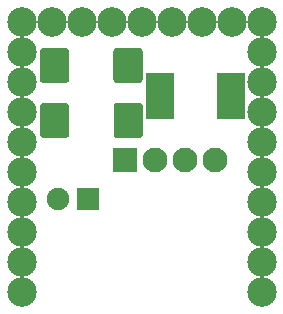
<source format=gbr>
G04 #@! TF.GenerationSoftware,KiCad,Pcbnew,(5.1.5)-3*
G04 #@! TF.CreationDate,2020-11-20T22:13:13+01:00*
G04 #@! TF.ProjectId,Microduino_Base_DE,4d696372-6f64-4756-996e-6f5f42617365,0.0*
G04 #@! TF.SameCoordinates,Original*
G04 #@! TF.FileFunction,Soldermask,Top*
G04 #@! TF.FilePolarity,Negative*
%FSLAX46Y46*%
G04 Gerber Fmt 4.6, Leading zero omitted, Abs format (unit mm)*
G04 Created by KiCad (PCBNEW (5.1.5)-3) date 2020-11-20 22:13:13*
%MOMM*%
%LPD*%
G04 APERTURE LIST*
%ADD10C,0.100000*%
%ADD11R,1.900000X1.900000*%
%ADD12O,1.900000X1.900000*%
%ADD13R,2.100000X2.100000*%
%ADD14C,2.100000*%
%ADD15C,2.500000*%
%ADD16R,2.400000X3.900000*%
G04 APERTURE END LIST*
D10*
G36*
X151248636Y-67525536D02*
G01*
X151277582Y-67529830D01*
X151305969Y-67536940D01*
X151333521Y-67546799D01*
X151359975Y-67559310D01*
X151385075Y-67574354D01*
X151408579Y-67591786D01*
X151430262Y-67611438D01*
X151449914Y-67633121D01*
X151467346Y-67656625D01*
X151482390Y-67681725D01*
X151494901Y-67708179D01*
X151504760Y-67735731D01*
X151511870Y-67764118D01*
X151516164Y-67793064D01*
X151517600Y-67822292D01*
X151517600Y-70175908D01*
X151516164Y-70205136D01*
X151511870Y-70234082D01*
X151504760Y-70262469D01*
X151494901Y-70290021D01*
X151482390Y-70316475D01*
X151467346Y-70341575D01*
X151449914Y-70365079D01*
X151430262Y-70386762D01*
X151408579Y-70406414D01*
X151385075Y-70423846D01*
X151359975Y-70438890D01*
X151333521Y-70451401D01*
X151305969Y-70461260D01*
X151277582Y-70468370D01*
X151248636Y-70472664D01*
X151219408Y-70474100D01*
X149340792Y-70474100D01*
X149311564Y-70472664D01*
X149282618Y-70468370D01*
X149254231Y-70461260D01*
X149226679Y-70451401D01*
X149200225Y-70438890D01*
X149175125Y-70423846D01*
X149151621Y-70406414D01*
X149129938Y-70386762D01*
X149110286Y-70365079D01*
X149092854Y-70341575D01*
X149077810Y-70316475D01*
X149065299Y-70290021D01*
X149055440Y-70262469D01*
X149048330Y-70234082D01*
X149044036Y-70205136D01*
X149042600Y-70175908D01*
X149042600Y-67822292D01*
X149044036Y-67793064D01*
X149048330Y-67764118D01*
X149055440Y-67735731D01*
X149065299Y-67708179D01*
X149077810Y-67681725D01*
X149092854Y-67656625D01*
X149110286Y-67633121D01*
X149129938Y-67611438D01*
X149151621Y-67591786D01*
X149175125Y-67574354D01*
X149200225Y-67559310D01*
X149226679Y-67546799D01*
X149254231Y-67536940D01*
X149282618Y-67529830D01*
X149311564Y-67525536D01*
X149340792Y-67524100D01*
X151219408Y-67524100D01*
X151248636Y-67525536D01*
G37*
G36*
X145023636Y-67525536D02*
G01*
X145052582Y-67529830D01*
X145080969Y-67536940D01*
X145108521Y-67546799D01*
X145134975Y-67559310D01*
X145160075Y-67574354D01*
X145183579Y-67591786D01*
X145205262Y-67611438D01*
X145224914Y-67633121D01*
X145242346Y-67656625D01*
X145257390Y-67681725D01*
X145269901Y-67708179D01*
X145279760Y-67735731D01*
X145286870Y-67764118D01*
X145291164Y-67793064D01*
X145292600Y-67822292D01*
X145292600Y-70175908D01*
X145291164Y-70205136D01*
X145286870Y-70234082D01*
X145279760Y-70262469D01*
X145269901Y-70290021D01*
X145257390Y-70316475D01*
X145242346Y-70341575D01*
X145224914Y-70365079D01*
X145205262Y-70386762D01*
X145183579Y-70406414D01*
X145160075Y-70423846D01*
X145134975Y-70438890D01*
X145108521Y-70451401D01*
X145080969Y-70461260D01*
X145052582Y-70468370D01*
X145023636Y-70472664D01*
X144994408Y-70474100D01*
X143115792Y-70474100D01*
X143086564Y-70472664D01*
X143057618Y-70468370D01*
X143029231Y-70461260D01*
X143001679Y-70451401D01*
X142975225Y-70438890D01*
X142950125Y-70423846D01*
X142926621Y-70406414D01*
X142904938Y-70386762D01*
X142885286Y-70365079D01*
X142867854Y-70341575D01*
X142852810Y-70316475D01*
X142840299Y-70290021D01*
X142830440Y-70262469D01*
X142823330Y-70234082D01*
X142819036Y-70205136D01*
X142817600Y-70175908D01*
X142817600Y-67822292D01*
X142819036Y-67793064D01*
X142823330Y-67764118D01*
X142830440Y-67735731D01*
X142840299Y-67708179D01*
X142852810Y-67681725D01*
X142867854Y-67656625D01*
X142885286Y-67633121D01*
X142904938Y-67611438D01*
X142926621Y-67591786D01*
X142950125Y-67574354D01*
X142975225Y-67559310D01*
X143001679Y-67546799D01*
X143029231Y-67536940D01*
X143057618Y-67529830D01*
X143086564Y-67525536D01*
X143115792Y-67524100D01*
X144994408Y-67524100D01*
X145023636Y-67525536D01*
G37*
D11*
X146861000Y-80355000D03*
D12*
X144321000Y-80355000D03*
D13*
X150037800Y-77038200D03*
D14*
X152577800Y-77038200D03*
X155117800Y-77038200D03*
X157657800Y-77038200D03*
D15*
X161581000Y-67845000D03*
X161581000Y-70385000D03*
X161581000Y-72925000D03*
X161581000Y-75465000D03*
X161581000Y-78005000D03*
X161581000Y-80545000D03*
X161581000Y-83085000D03*
X161581000Y-85625000D03*
X161581000Y-88165000D03*
X161581000Y-65305000D03*
X159041000Y-65305000D03*
X156501000Y-65305000D03*
X153961000Y-65305000D03*
X151421000Y-65305000D03*
X148881000Y-65305000D03*
X146341000Y-65305000D03*
X143801000Y-65305000D03*
X141261000Y-65305000D03*
X141261000Y-67845000D03*
X141261000Y-70385000D03*
X141261000Y-72925000D03*
X141261000Y-75465000D03*
X141261000Y-78005000D03*
X141261000Y-80545000D03*
X141261000Y-83085000D03*
X141261000Y-85625000D03*
X141261000Y-88165000D03*
D10*
G36*
X145036336Y-72186436D02*
G01*
X145065282Y-72190730D01*
X145093669Y-72197840D01*
X145121221Y-72207699D01*
X145147675Y-72220210D01*
X145172775Y-72235254D01*
X145196279Y-72252686D01*
X145217962Y-72272338D01*
X145237614Y-72294021D01*
X145255046Y-72317525D01*
X145270090Y-72342625D01*
X145282601Y-72369079D01*
X145292460Y-72396631D01*
X145299570Y-72425018D01*
X145303864Y-72453964D01*
X145305300Y-72483192D01*
X145305300Y-74836808D01*
X145303864Y-74866036D01*
X145299570Y-74894982D01*
X145292460Y-74923369D01*
X145282601Y-74950921D01*
X145270090Y-74977375D01*
X145255046Y-75002475D01*
X145237614Y-75025979D01*
X145217962Y-75047662D01*
X145196279Y-75067314D01*
X145172775Y-75084746D01*
X145147675Y-75099790D01*
X145121221Y-75112301D01*
X145093669Y-75122160D01*
X145065282Y-75129270D01*
X145036336Y-75133564D01*
X145007108Y-75135000D01*
X143128492Y-75135000D01*
X143099264Y-75133564D01*
X143070318Y-75129270D01*
X143041931Y-75122160D01*
X143014379Y-75112301D01*
X142987925Y-75099790D01*
X142962825Y-75084746D01*
X142939321Y-75067314D01*
X142917638Y-75047662D01*
X142897986Y-75025979D01*
X142880554Y-75002475D01*
X142865510Y-74977375D01*
X142852999Y-74950921D01*
X142843140Y-74923369D01*
X142836030Y-74894982D01*
X142831736Y-74866036D01*
X142830300Y-74836808D01*
X142830300Y-72483192D01*
X142831736Y-72453964D01*
X142836030Y-72425018D01*
X142843140Y-72396631D01*
X142852999Y-72369079D01*
X142865510Y-72342625D01*
X142880554Y-72317525D01*
X142897986Y-72294021D01*
X142917638Y-72272338D01*
X142939321Y-72252686D01*
X142962825Y-72235254D01*
X142987925Y-72220210D01*
X143014379Y-72207699D01*
X143041931Y-72197840D01*
X143070318Y-72190730D01*
X143099264Y-72186436D01*
X143128492Y-72185000D01*
X145007108Y-72185000D01*
X145036336Y-72186436D01*
G37*
G36*
X151261336Y-72186436D02*
G01*
X151290282Y-72190730D01*
X151318669Y-72197840D01*
X151346221Y-72207699D01*
X151372675Y-72220210D01*
X151397775Y-72235254D01*
X151421279Y-72252686D01*
X151442962Y-72272338D01*
X151462614Y-72294021D01*
X151480046Y-72317525D01*
X151495090Y-72342625D01*
X151507601Y-72369079D01*
X151517460Y-72396631D01*
X151524570Y-72425018D01*
X151528864Y-72453964D01*
X151530300Y-72483192D01*
X151530300Y-74836808D01*
X151528864Y-74866036D01*
X151524570Y-74894982D01*
X151517460Y-74923369D01*
X151507601Y-74950921D01*
X151495090Y-74977375D01*
X151480046Y-75002475D01*
X151462614Y-75025979D01*
X151442962Y-75047662D01*
X151421279Y-75067314D01*
X151397775Y-75084746D01*
X151372675Y-75099790D01*
X151346221Y-75112301D01*
X151318669Y-75122160D01*
X151290282Y-75129270D01*
X151261336Y-75133564D01*
X151232108Y-75135000D01*
X149353492Y-75135000D01*
X149324264Y-75133564D01*
X149295318Y-75129270D01*
X149266931Y-75122160D01*
X149239379Y-75112301D01*
X149212925Y-75099790D01*
X149187825Y-75084746D01*
X149164321Y-75067314D01*
X149142638Y-75047662D01*
X149122986Y-75025979D01*
X149105554Y-75002475D01*
X149090510Y-74977375D01*
X149077999Y-74950921D01*
X149068140Y-74923369D01*
X149061030Y-74894982D01*
X149056736Y-74866036D01*
X149055300Y-74836808D01*
X149055300Y-72483192D01*
X149056736Y-72453964D01*
X149061030Y-72425018D01*
X149068140Y-72396631D01*
X149077999Y-72369079D01*
X149090510Y-72342625D01*
X149105554Y-72317525D01*
X149122986Y-72294021D01*
X149142638Y-72272338D01*
X149164321Y-72252686D01*
X149187825Y-72235254D01*
X149212925Y-72220210D01*
X149239379Y-72207699D01*
X149266931Y-72197840D01*
X149295318Y-72190730D01*
X149324264Y-72186436D01*
X149353492Y-72185000D01*
X151232108Y-72185000D01*
X151261336Y-72186436D01*
G37*
D16*
X152956000Y-71628000D03*
X158956000Y-71628000D03*
M02*

</source>
